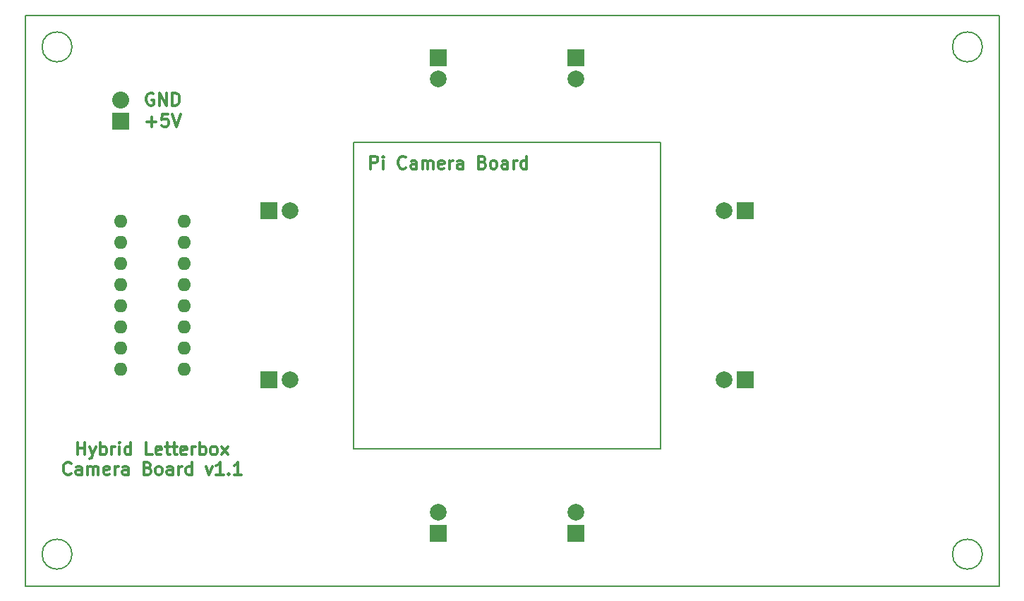
<source format=gbr>
G04 #@! TF.FileFunction,Copper,L1,Top,Signal*
%FSLAX46Y46*%
G04 Gerber Fmt 4.6, Leading zero omitted, Abs format (unit mm)*
G04 Created by KiCad (PCBNEW 4.0.1-stable) date 2016 February 23, Tuesday 14:46:02*
%MOMM*%
G01*
G04 APERTURE LIST*
%ADD10C,0.100000*%
%ADD11C,0.300000*%
%ADD12C,0.200000*%
%ADD13R,2.000000X2.000000*%
%ADD14C,2.000000*%
%ADD15O,1.600000X1.600000*%
%ADD16R,2.032000X2.032000*%
%ADD17O,2.032000X2.032000*%
G04 APERTURE END LIST*
D10*
D11*
X81891429Y-68687143D02*
X83034286Y-68687143D01*
X82462857Y-69258571D02*
X82462857Y-68115714D01*
X84462858Y-67758571D02*
X83748572Y-67758571D01*
X83677143Y-68472857D01*
X83748572Y-68401429D01*
X83891429Y-68330000D01*
X84248572Y-68330000D01*
X84391429Y-68401429D01*
X84462858Y-68472857D01*
X84534286Y-68615714D01*
X84534286Y-68972857D01*
X84462858Y-69115714D01*
X84391429Y-69187143D01*
X84248572Y-69258571D01*
X83891429Y-69258571D01*
X83748572Y-69187143D01*
X83677143Y-69115714D01*
X84962857Y-67758571D02*
X85462857Y-69258571D01*
X85962857Y-67758571D01*
X82677143Y-65290000D02*
X82534286Y-65218571D01*
X82320000Y-65218571D01*
X82105715Y-65290000D01*
X81962857Y-65432857D01*
X81891429Y-65575714D01*
X81820000Y-65861429D01*
X81820000Y-66075714D01*
X81891429Y-66361429D01*
X81962857Y-66504286D01*
X82105715Y-66647143D01*
X82320000Y-66718571D01*
X82462857Y-66718571D01*
X82677143Y-66647143D01*
X82748572Y-66575714D01*
X82748572Y-66075714D01*
X82462857Y-66075714D01*
X83391429Y-66718571D02*
X83391429Y-65218571D01*
X84248572Y-66718571D01*
X84248572Y-65218571D01*
X84962858Y-66718571D02*
X84962858Y-65218571D01*
X85320001Y-65218571D01*
X85534286Y-65290000D01*
X85677144Y-65432857D01*
X85748572Y-65575714D01*
X85820001Y-65861429D01*
X85820001Y-66075714D01*
X85748572Y-66361429D01*
X85677144Y-66504286D01*
X85534286Y-66647143D01*
X85320001Y-66718571D01*
X84962858Y-66718571D01*
D12*
X182136051Y-59690000D02*
G75*
G03X182136051Y-59690000I-1796051J0D01*
G01*
X182136051Y-120650000D02*
G75*
G03X182136051Y-120650000I-1796051J0D01*
G01*
X72916051Y-120650000D02*
G75*
G03X72916051Y-120650000I-1796051J0D01*
G01*
X72916051Y-59690000D02*
G75*
G03X72916051Y-59690000I-1796051J0D01*
G01*
D11*
X73621429Y-108698571D02*
X73621429Y-107198571D01*
X73621429Y-107912857D02*
X74478572Y-107912857D01*
X74478572Y-108698571D02*
X74478572Y-107198571D01*
X75050001Y-107698571D02*
X75407144Y-108698571D01*
X75764286Y-107698571D02*
X75407144Y-108698571D01*
X75264286Y-109055714D01*
X75192858Y-109127143D01*
X75050001Y-109198571D01*
X76335715Y-108698571D02*
X76335715Y-107198571D01*
X76335715Y-107770000D02*
X76478572Y-107698571D01*
X76764286Y-107698571D01*
X76907143Y-107770000D01*
X76978572Y-107841429D01*
X77050001Y-107984286D01*
X77050001Y-108412857D01*
X76978572Y-108555714D01*
X76907143Y-108627143D01*
X76764286Y-108698571D01*
X76478572Y-108698571D01*
X76335715Y-108627143D01*
X77692858Y-108698571D02*
X77692858Y-107698571D01*
X77692858Y-107984286D02*
X77764286Y-107841429D01*
X77835715Y-107770000D01*
X77978572Y-107698571D01*
X78121429Y-107698571D01*
X78621429Y-108698571D02*
X78621429Y-107698571D01*
X78621429Y-107198571D02*
X78550000Y-107270000D01*
X78621429Y-107341429D01*
X78692857Y-107270000D01*
X78621429Y-107198571D01*
X78621429Y-107341429D01*
X79978572Y-108698571D02*
X79978572Y-107198571D01*
X79978572Y-108627143D02*
X79835715Y-108698571D01*
X79550001Y-108698571D01*
X79407143Y-108627143D01*
X79335715Y-108555714D01*
X79264286Y-108412857D01*
X79264286Y-107984286D01*
X79335715Y-107841429D01*
X79407143Y-107770000D01*
X79550001Y-107698571D01*
X79835715Y-107698571D01*
X79978572Y-107770000D01*
X82550001Y-108698571D02*
X81835715Y-108698571D01*
X81835715Y-107198571D01*
X83621429Y-108627143D02*
X83478572Y-108698571D01*
X83192858Y-108698571D01*
X83050001Y-108627143D01*
X82978572Y-108484286D01*
X82978572Y-107912857D01*
X83050001Y-107770000D01*
X83192858Y-107698571D01*
X83478572Y-107698571D01*
X83621429Y-107770000D01*
X83692858Y-107912857D01*
X83692858Y-108055714D01*
X82978572Y-108198571D01*
X84121429Y-107698571D02*
X84692858Y-107698571D01*
X84335715Y-107198571D02*
X84335715Y-108484286D01*
X84407143Y-108627143D01*
X84550001Y-108698571D01*
X84692858Y-108698571D01*
X84978572Y-107698571D02*
X85550001Y-107698571D01*
X85192858Y-107198571D02*
X85192858Y-108484286D01*
X85264286Y-108627143D01*
X85407144Y-108698571D01*
X85550001Y-108698571D01*
X86621429Y-108627143D02*
X86478572Y-108698571D01*
X86192858Y-108698571D01*
X86050001Y-108627143D01*
X85978572Y-108484286D01*
X85978572Y-107912857D01*
X86050001Y-107770000D01*
X86192858Y-107698571D01*
X86478572Y-107698571D01*
X86621429Y-107770000D01*
X86692858Y-107912857D01*
X86692858Y-108055714D01*
X85978572Y-108198571D01*
X87335715Y-108698571D02*
X87335715Y-107698571D01*
X87335715Y-107984286D02*
X87407143Y-107841429D01*
X87478572Y-107770000D01*
X87621429Y-107698571D01*
X87764286Y-107698571D01*
X88264286Y-108698571D02*
X88264286Y-107198571D01*
X88264286Y-107770000D02*
X88407143Y-107698571D01*
X88692857Y-107698571D01*
X88835714Y-107770000D01*
X88907143Y-107841429D01*
X88978572Y-107984286D01*
X88978572Y-108412857D01*
X88907143Y-108555714D01*
X88835714Y-108627143D01*
X88692857Y-108698571D01*
X88407143Y-108698571D01*
X88264286Y-108627143D01*
X89835715Y-108698571D02*
X89692857Y-108627143D01*
X89621429Y-108555714D01*
X89550000Y-108412857D01*
X89550000Y-107984286D01*
X89621429Y-107841429D01*
X89692857Y-107770000D01*
X89835715Y-107698571D01*
X90050000Y-107698571D01*
X90192857Y-107770000D01*
X90264286Y-107841429D01*
X90335715Y-107984286D01*
X90335715Y-108412857D01*
X90264286Y-108555714D01*
X90192857Y-108627143D01*
X90050000Y-108698571D01*
X89835715Y-108698571D01*
X90835715Y-108698571D02*
X91621429Y-107698571D01*
X90835715Y-107698571D02*
X91621429Y-108698571D01*
X72800001Y-110955714D02*
X72728572Y-111027143D01*
X72514286Y-111098571D01*
X72371429Y-111098571D01*
X72157144Y-111027143D01*
X72014286Y-110884286D01*
X71942858Y-110741429D01*
X71871429Y-110455714D01*
X71871429Y-110241429D01*
X71942858Y-109955714D01*
X72014286Y-109812857D01*
X72157144Y-109670000D01*
X72371429Y-109598571D01*
X72514286Y-109598571D01*
X72728572Y-109670000D01*
X72800001Y-109741429D01*
X74085715Y-111098571D02*
X74085715Y-110312857D01*
X74014286Y-110170000D01*
X73871429Y-110098571D01*
X73585715Y-110098571D01*
X73442858Y-110170000D01*
X74085715Y-111027143D02*
X73942858Y-111098571D01*
X73585715Y-111098571D01*
X73442858Y-111027143D01*
X73371429Y-110884286D01*
X73371429Y-110741429D01*
X73442858Y-110598571D01*
X73585715Y-110527143D01*
X73942858Y-110527143D01*
X74085715Y-110455714D01*
X74800001Y-111098571D02*
X74800001Y-110098571D01*
X74800001Y-110241429D02*
X74871429Y-110170000D01*
X75014287Y-110098571D01*
X75228572Y-110098571D01*
X75371429Y-110170000D01*
X75442858Y-110312857D01*
X75442858Y-111098571D01*
X75442858Y-110312857D02*
X75514287Y-110170000D01*
X75657144Y-110098571D01*
X75871429Y-110098571D01*
X76014287Y-110170000D01*
X76085715Y-110312857D01*
X76085715Y-111098571D01*
X77371429Y-111027143D02*
X77228572Y-111098571D01*
X76942858Y-111098571D01*
X76800001Y-111027143D01*
X76728572Y-110884286D01*
X76728572Y-110312857D01*
X76800001Y-110170000D01*
X76942858Y-110098571D01*
X77228572Y-110098571D01*
X77371429Y-110170000D01*
X77442858Y-110312857D01*
X77442858Y-110455714D01*
X76728572Y-110598571D01*
X78085715Y-111098571D02*
X78085715Y-110098571D01*
X78085715Y-110384286D02*
X78157143Y-110241429D01*
X78228572Y-110170000D01*
X78371429Y-110098571D01*
X78514286Y-110098571D01*
X79657143Y-111098571D02*
X79657143Y-110312857D01*
X79585714Y-110170000D01*
X79442857Y-110098571D01*
X79157143Y-110098571D01*
X79014286Y-110170000D01*
X79657143Y-111027143D02*
X79514286Y-111098571D01*
X79157143Y-111098571D01*
X79014286Y-111027143D01*
X78942857Y-110884286D01*
X78942857Y-110741429D01*
X79014286Y-110598571D01*
X79157143Y-110527143D01*
X79514286Y-110527143D01*
X79657143Y-110455714D01*
X82014286Y-110312857D02*
X82228572Y-110384286D01*
X82300000Y-110455714D01*
X82371429Y-110598571D01*
X82371429Y-110812857D01*
X82300000Y-110955714D01*
X82228572Y-111027143D01*
X82085714Y-111098571D01*
X81514286Y-111098571D01*
X81514286Y-109598571D01*
X82014286Y-109598571D01*
X82157143Y-109670000D01*
X82228572Y-109741429D01*
X82300000Y-109884286D01*
X82300000Y-110027143D01*
X82228572Y-110170000D01*
X82157143Y-110241429D01*
X82014286Y-110312857D01*
X81514286Y-110312857D01*
X83228572Y-111098571D02*
X83085714Y-111027143D01*
X83014286Y-110955714D01*
X82942857Y-110812857D01*
X82942857Y-110384286D01*
X83014286Y-110241429D01*
X83085714Y-110170000D01*
X83228572Y-110098571D01*
X83442857Y-110098571D01*
X83585714Y-110170000D01*
X83657143Y-110241429D01*
X83728572Y-110384286D01*
X83728572Y-110812857D01*
X83657143Y-110955714D01*
X83585714Y-111027143D01*
X83442857Y-111098571D01*
X83228572Y-111098571D01*
X85014286Y-111098571D02*
X85014286Y-110312857D01*
X84942857Y-110170000D01*
X84800000Y-110098571D01*
X84514286Y-110098571D01*
X84371429Y-110170000D01*
X85014286Y-111027143D02*
X84871429Y-111098571D01*
X84514286Y-111098571D01*
X84371429Y-111027143D01*
X84300000Y-110884286D01*
X84300000Y-110741429D01*
X84371429Y-110598571D01*
X84514286Y-110527143D01*
X84871429Y-110527143D01*
X85014286Y-110455714D01*
X85728572Y-111098571D02*
X85728572Y-110098571D01*
X85728572Y-110384286D02*
X85800000Y-110241429D01*
X85871429Y-110170000D01*
X86014286Y-110098571D01*
X86157143Y-110098571D01*
X87300000Y-111098571D02*
X87300000Y-109598571D01*
X87300000Y-111027143D02*
X87157143Y-111098571D01*
X86871429Y-111098571D01*
X86728571Y-111027143D01*
X86657143Y-110955714D01*
X86585714Y-110812857D01*
X86585714Y-110384286D01*
X86657143Y-110241429D01*
X86728571Y-110170000D01*
X86871429Y-110098571D01*
X87157143Y-110098571D01*
X87300000Y-110170000D01*
X89014286Y-110098571D02*
X89371429Y-111098571D01*
X89728571Y-110098571D01*
X91085714Y-111098571D02*
X90228571Y-111098571D01*
X90657143Y-111098571D02*
X90657143Y-109598571D01*
X90514286Y-109812857D01*
X90371428Y-109955714D01*
X90228571Y-110027143D01*
X91728571Y-110955714D02*
X91799999Y-111027143D01*
X91728571Y-111098571D01*
X91657142Y-111027143D01*
X91728571Y-110955714D01*
X91728571Y-111098571D01*
X93228571Y-111098571D02*
X92371428Y-111098571D01*
X92800000Y-111098571D02*
X92800000Y-109598571D01*
X92657143Y-109812857D01*
X92514285Y-109955714D01*
X92371428Y-110027143D01*
D12*
X184150000Y-55880000D02*
X67310000Y-55880000D01*
X67310000Y-124460000D02*
X67310000Y-55880000D01*
X184150000Y-124460000D02*
X67310000Y-124460000D01*
X184150000Y-55880000D02*
X184150000Y-124460000D01*
D11*
X108752858Y-74338571D02*
X108752858Y-72838571D01*
X109324286Y-72838571D01*
X109467144Y-72910000D01*
X109538572Y-72981429D01*
X109610001Y-73124286D01*
X109610001Y-73338571D01*
X109538572Y-73481429D01*
X109467144Y-73552857D01*
X109324286Y-73624286D01*
X108752858Y-73624286D01*
X110252858Y-74338571D02*
X110252858Y-73338571D01*
X110252858Y-72838571D02*
X110181429Y-72910000D01*
X110252858Y-72981429D01*
X110324286Y-72910000D01*
X110252858Y-72838571D01*
X110252858Y-72981429D01*
X112967144Y-74195714D02*
X112895715Y-74267143D01*
X112681429Y-74338571D01*
X112538572Y-74338571D01*
X112324287Y-74267143D01*
X112181429Y-74124286D01*
X112110001Y-73981429D01*
X112038572Y-73695714D01*
X112038572Y-73481429D01*
X112110001Y-73195714D01*
X112181429Y-73052857D01*
X112324287Y-72910000D01*
X112538572Y-72838571D01*
X112681429Y-72838571D01*
X112895715Y-72910000D01*
X112967144Y-72981429D01*
X114252858Y-74338571D02*
X114252858Y-73552857D01*
X114181429Y-73410000D01*
X114038572Y-73338571D01*
X113752858Y-73338571D01*
X113610001Y-73410000D01*
X114252858Y-74267143D02*
X114110001Y-74338571D01*
X113752858Y-74338571D01*
X113610001Y-74267143D01*
X113538572Y-74124286D01*
X113538572Y-73981429D01*
X113610001Y-73838571D01*
X113752858Y-73767143D01*
X114110001Y-73767143D01*
X114252858Y-73695714D01*
X114967144Y-74338571D02*
X114967144Y-73338571D01*
X114967144Y-73481429D02*
X115038572Y-73410000D01*
X115181430Y-73338571D01*
X115395715Y-73338571D01*
X115538572Y-73410000D01*
X115610001Y-73552857D01*
X115610001Y-74338571D01*
X115610001Y-73552857D02*
X115681430Y-73410000D01*
X115824287Y-73338571D01*
X116038572Y-73338571D01*
X116181430Y-73410000D01*
X116252858Y-73552857D01*
X116252858Y-74338571D01*
X117538572Y-74267143D02*
X117395715Y-74338571D01*
X117110001Y-74338571D01*
X116967144Y-74267143D01*
X116895715Y-74124286D01*
X116895715Y-73552857D01*
X116967144Y-73410000D01*
X117110001Y-73338571D01*
X117395715Y-73338571D01*
X117538572Y-73410000D01*
X117610001Y-73552857D01*
X117610001Y-73695714D01*
X116895715Y-73838571D01*
X118252858Y-74338571D02*
X118252858Y-73338571D01*
X118252858Y-73624286D02*
X118324286Y-73481429D01*
X118395715Y-73410000D01*
X118538572Y-73338571D01*
X118681429Y-73338571D01*
X119824286Y-74338571D02*
X119824286Y-73552857D01*
X119752857Y-73410000D01*
X119610000Y-73338571D01*
X119324286Y-73338571D01*
X119181429Y-73410000D01*
X119824286Y-74267143D02*
X119681429Y-74338571D01*
X119324286Y-74338571D01*
X119181429Y-74267143D01*
X119110000Y-74124286D01*
X119110000Y-73981429D01*
X119181429Y-73838571D01*
X119324286Y-73767143D01*
X119681429Y-73767143D01*
X119824286Y-73695714D01*
X122181429Y-73552857D02*
X122395715Y-73624286D01*
X122467143Y-73695714D01*
X122538572Y-73838571D01*
X122538572Y-74052857D01*
X122467143Y-74195714D01*
X122395715Y-74267143D01*
X122252857Y-74338571D01*
X121681429Y-74338571D01*
X121681429Y-72838571D01*
X122181429Y-72838571D01*
X122324286Y-72910000D01*
X122395715Y-72981429D01*
X122467143Y-73124286D01*
X122467143Y-73267143D01*
X122395715Y-73410000D01*
X122324286Y-73481429D01*
X122181429Y-73552857D01*
X121681429Y-73552857D01*
X123395715Y-74338571D02*
X123252857Y-74267143D01*
X123181429Y-74195714D01*
X123110000Y-74052857D01*
X123110000Y-73624286D01*
X123181429Y-73481429D01*
X123252857Y-73410000D01*
X123395715Y-73338571D01*
X123610000Y-73338571D01*
X123752857Y-73410000D01*
X123824286Y-73481429D01*
X123895715Y-73624286D01*
X123895715Y-74052857D01*
X123824286Y-74195714D01*
X123752857Y-74267143D01*
X123610000Y-74338571D01*
X123395715Y-74338571D01*
X125181429Y-74338571D02*
X125181429Y-73552857D01*
X125110000Y-73410000D01*
X124967143Y-73338571D01*
X124681429Y-73338571D01*
X124538572Y-73410000D01*
X125181429Y-74267143D02*
X125038572Y-74338571D01*
X124681429Y-74338571D01*
X124538572Y-74267143D01*
X124467143Y-74124286D01*
X124467143Y-73981429D01*
X124538572Y-73838571D01*
X124681429Y-73767143D01*
X125038572Y-73767143D01*
X125181429Y-73695714D01*
X125895715Y-74338571D02*
X125895715Y-73338571D01*
X125895715Y-73624286D02*
X125967143Y-73481429D01*
X126038572Y-73410000D01*
X126181429Y-73338571D01*
X126324286Y-73338571D01*
X127467143Y-74338571D02*
X127467143Y-72838571D01*
X127467143Y-74267143D02*
X127324286Y-74338571D01*
X127038572Y-74338571D01*
X126895714Y-74267143D01*
X126824286Y-74195714D01*
X126752857Y-74052857D01*
X126752857Y-73624286D01*
X126824286Y-73481429D01*
X126895714Y-73410000D01*
X127038572Y-73338571D01*
X127324286Y-73338571D01*
X127467143Y-73410000D01*
D12*
X106680000Y-107950000D02*
X106680000Y-71120000D01*
X143510000Y-107950000D02*
X106680000Y-107950000D01*
X143510000Y-71120000D02*
X143510000Y-107950000D01*
X106680000Y-71120000D02*
X143510000Y-71120000D01*
D13*
X96520000Y-99695000D03*
D14*
X99060000Y-99695000D03*
D13*
X116840000Y-118110000D03*
D14*
X116840000Y-115570000D03*
D13*
X133350000Y-118110000D03*
D14*
X133350000Y-115570000D03*
D13*
X153670000Y-99695000D03*
D14*
X151130000Y-99695000D03*
D13*
X153670000Y-79375000D03*
D14*
X151130000Y-79375000D03*
D13*
X133350000Y-60960000D03*
D14*
X133350000Y-63500000D03*
D13*
X116840000Y-60960000D03*
D14*
X116840000Y-63500000D03*
D13*
X96520000Y-79375000D03*
D14*
X99060000Y-79375000D03*
D15*
X78740000Y-80645000D03*
X78740000Y-83185000D03*
X78740000Y-85725000D03*
X78740000Y-88265000D03*
X78740000Y-90805000D03*
X78740000Y-93345000D03*
X78740000Y-95885000D03*
X78740000Y-98425000D03*
X86360000Y-98425000D03*
X86360000Y-95885000D03*
X86360000Y-93345000D03*
X86360000Y-90805000D03*
X86360000Y-88265000D03*
X86360000Y-85725000D03*
X86360000Y-83185000D03*
X86360000Y-80645000D03*
D16*
X78740000Y-68580000D03*
D17*
X78740000Y-66040000D03*
M02*

</source>
